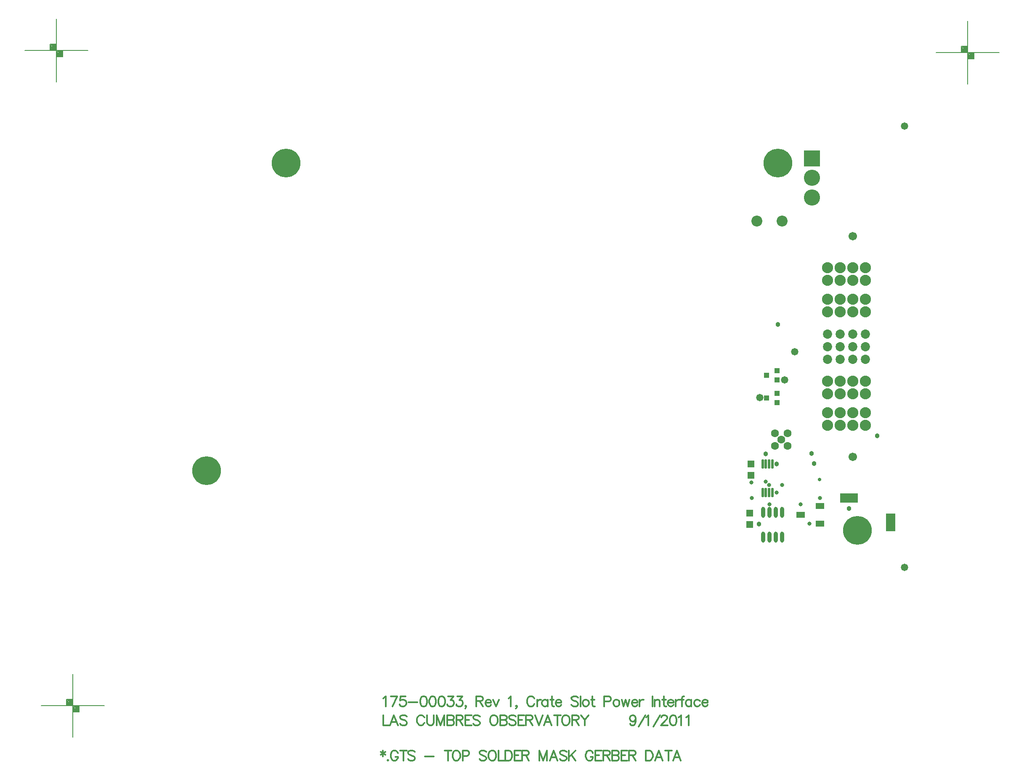
<source format=gts>
%FSLAX23Y23*%
%MOIN*%
G70*
G01*
G75*
G04 Layer_Color=8388736*
%ADD10R,0.135X0.070*%
%ADD11O,0.024X0.079*%
%ADD12R,0.036X0.036*%
%ADD13O,0.014X0.067*%
%ADD14R,0.059X0.039*%
%ADD15R,0.050X0.050*%
%ADD16R,0.070X0.135*%
%ADD17C,0.010*%
%ADD18C,0.020*%
%ADD19C,0.012*%
%ADD20C,0.008*%
%ADD21C,0.012*%
%ADD22C,0.012*%
%ADD23C,0.220*%
%ADD24C,0.050*%
%ADD25C,0.059*%
%ADD26C,0.080*%
%ADD27C,0.065*%
%ADD28C,0.079*%
%ADD29C,0.120*%
%ADD30R,0.120X0.120*%
%ADD31C,0.055*%
%ADD32C,0.030*%
%ADD33C,0.024*%
%ADD34C,0.020*%
%ADD35C,0.040*%
%ADD36C,0.005*%
%ADD37C,0.206*%
%ADD38C,0.150*%
%ADD39C,0.190*%
%ADD40C,0.092*%
%ADD41C,0.110*%
%ADD42C,0.073*%
%ADD43C,0.055*%
%ADD44C,0.068*%
%ADD45C,0.087*%
%ADD46C,0.007*%
%ADD47C,0.010*%
%ADD48C,0.024*%
%ADD49C,0.010*%
%ADD50C,0.008*%
%ADD51C,0.006*%
%ADD52C,0.007*%
%ADD53C,0.039*%
%ADD54R,0.239X0.139*%
%ADD55R,0.143X0.078*%
%ADD56O,0.032X0.087*%
%ADD57R,0.044X0.044*%
%ADD58O,0.022X0.075*%
%ADD59R,0.067X0.047*%
%ADD60R,0.058X0.058*%
%ADD61R,0.078X0.143*%
%ADD62C,0.228*%
%ADD63C,0.058*%
%ADD64C,0.067*%
%ADD65C,0.088*%
%ADD66C,0.073*%
%ADD67C,0.087*%
%ADD68C,0.128*%
%ADD69R,0.128X0.128*%
%ADD70C,0.063*%
%ADD71C,0.038*%
%ADD72C,0.032*%
%ADD73C,0.028*%
D19*
X22029Y14083D02*
Y14037D01*
X22010Y14072D02*
X22048Y14049D01*
Y14072D02*
X22010Y14049D01*
X22069Y14011D02*
X22065Y14007D01*
X22069Y14003D01*
X22072Y14007D01*
X22069Y14011D01*
X22147Y14064D02*
X22143Y14072D01*
X22136Y14079D01*
X22128Y14083D01*
X22113D01*
X22105Y14079D01*
X22098Y14072D01*
X22094Y14064D01*
X22090Y14053D01*
Y14034D01*
X22094Y14022D01*
X22098Y14015D01*
X22105Y14007D01*
X22113Y14003D01*
X22128D01*
X22136Y14007D01*
X22143Y14015D01*
X22147Y14022D01*
Y14034D01*
X22128D02*
X22147D01*
X22192Y14083D02*
Y14003D01*
X22165Y14083D02*
X22219D01*
X22281Y14072D02*
X22274Y14079D01*
X22262Y14083D01*
X22247D01*
X22236Y14079D01*
X22228Y14072D01*
Y14064D01*
X22232Y14056D01*
X22236Y14053D01*
X22243Y14049D01*
X22266Y14041D01*
X22274Y14037D01*
X22278Y14034D01*
X22281Y14026D01*
Y14015D01*
X22274Y14007D01*
X22262Y14003D01*
X22247D01*
X22236Y14007D01*
X22228Y14015D01*
X22362Y14037D02*
X22431D01*
X22544Y14083D02*
Y14003D01*
X22517Y14083D02*
X22571D01*
X22603D02*
X22595Y14079D01*
X22588Y14072D01*
X22584Y14064D01*
X22580Y14053D01*
Y14034D01*
X22584Y14022D01*
X22588Y14015D01*
X22595Y14007D01*
X22603Y14003D01*
X22618D01*
X22626Y14007D01*
X22633Y14015D01*
X22637Y14022D01*
X22641Y14034D01*
Y14053D01*
X22637Y14064D01*
X22633Y14072D01*
X22626Y14079D01*
X22618Y14083D01*
X22603D01*
X22660Y14041D02*
X22694D01*
X22705Y14045D01*
X22709Y14049D01*
X22713Y14056D01*
Y14068D01*
X22709Y14075D01*
X22705Y14079D01*
X22694Y14083D01*
X22660D01*
Y14003D01*
X22847Y14072D02*
X22839Y14079D01*
X22828Y14083D01*
X22813D01*
X22801Y14079D01*
X22794Y14072D01*
Y14064D01*
X22798Y14056D01*
X22801Y14053D01*
X22809Y14049D01*
X22832Y14041D01*
X22839Y14037D01*
X22843Y14034D01*
X22847Y14026D01*
Y14015D01*
X22839Y14007D01*
X22828Y14003D01*
X22813D01*
X22801Y14007D01*
X22794Y14015D01*
X22888Y14083D02*
X22880Y14079D01*
X22873Y14072D01*
X22869Y14064D01*
X22865Y14053D01*
Y14034D01*
X22869Y14022D01*
X22873Y14015D01*
X22880Y14007D01*
X22888Y14003D01*
X22903D01*
X22911Y14007D01*
X22918Y14015D01*
X22922Y14022D01*
X22926Y14034D01*
Y14053D01*
X22922Y14064D01*
X22918Y14072D01*
X22911Y14079D01*
X22903Y14083D01*
X22888D01*
X22945D02*
Y14003D01*
X22990D01*
X22999Y14083D02*
Y14003D01*
Y14083D02*
X23026D01*
X23037Y14079D01*
X23045Y14072D01*
X23049Y14064D01*
X23052Y14053D01*
Y14034D01*
X23049Y14022D01*
X23045Y14015D01*
X23037Y14007D01*
X23026Y14003D01*
X22999D01*
X23120Y14083D02*
X23070D01*
Y14003D01*
X23120D01*
X23070Y14045D02*
X23101D01*
X23133Y14083D02*
Y14003D01*
Y14083D02*
X23167D01*
X23179Y14079D01*
X23183Y14075D01*
X23186Y14068D01*
Y14060D01*
X23183Y14053D01*
X23179Y14049D01*
X23167Y14045D01*
X23133D01*
X23160D02*
X23186Y14003D01*
X23267Y14083D02*
Y14003D01*
Y14083D02*
X23298Y14003D01*
X23328Y14083D02*
X23298Y14003D01*
X23328Y14083D02*
Y14003D01*
X23412D02*
X23381Y14083D01*
X23351Y14003D01*
X23362Y14030D02*
X23400D01*
X23484Y14072D02*
X23476Y14079D01*
X23465Y14083D01*
X23450D01*
X23438Y14079D01*
X23431Y14072D01*
Y14064D01*
X23434Y14056D01*
X23438Y14053D01*
X23446Y14049D01*
X23469Y14041D01*
X23476Y14037D01*
X23480Y14034D01*
X23484Y14026D01*
Y14015D01*
X23476Y14007D01*
X23465Y14003D01*
X23450D01*
X23438Y14007D01*
X23431Y14015D01*
X23502Y14083D02*
Y14003D01*
X23555Y14083D02*
X23502Y14030D01*
X23521Y14049D02*
X23555Y14003D01*
X23693Y14064D02*
X23689Y14072D01*
X23682Y14079D01*
X23674Y14083D01*
X23659D01*
X23651Y14079D01*
X23643Y14072D01*
X23640Y14064D01*
X23636Y14053D01*
Y14034D01*
X23640Y14022D01*
X23643Y14015D01*
X23651Y14007D01*
X23659Y14003D01*
X23674D01*
X23682Y14007D01*
X23689Y14015D01*
X23693Y14022D01*
Y14034D01*
X23674D02*
X23693D01*
X23761Y14083D02*
X23711D01*
Y14003D01*
X23761D01*
X23711Y14045D02*
X23742D01*
X23774Y14083D02*
Y14003D01*
Y14083D02*
X23808D01*
X23820Y14079D01*
X23824Y14075D01*
X23827Y14068D01*
Y14060D01*
X23824Y14053D01*
X23820Y14049D01*
X23808Y14045D01*
X23774D01*
X23801D02*
X23827Y14003D01*
X23845Y14083D02*
Y14003D01*
Y14083D02*
X23880D01*
X23891Y14079D01*
X23895Y14075D01*
X23899Y14068D01*
Y14060D01*
X23895Y14053D01*
X23891Y14049D01*
X23880Y14045D01*
X23845D02*
X23880D01*
X23891Y14041D01*
X23895Y14037D01*
X23899Y14030D01*
Y14018D01*
X23895Y14011D01*
X23891Y14007D01*
X23880Y14003D01*
X23845D01*
X23966Y14083D02*
X23917D01*
Y14003D01*
X23966D01*
X23917Y14045D02*
X23947D01*
X23979Y14083D02*
Y14003D01*
Y14083D02*
X24014D01*
X24025Y14079D01*
X24029Y14075D01*
X24033Y14068D01*
Y14060D01*
X24029Y14053D01*
X24025Y14049D01*
X24014Y14045D01*
X23979D01*
X24006D02*
X24033Y14003D01*
X24113Y14083D02*
Y14003D01*
Y14083D02*
X24140D01*
X24152Y14079D01*
X24159Y14072D01*
X24163Y14064D01*
X24167Y14053D01*
Y14034D01*
X24163Y14022D01*
X24159Y14015D01*
X24152Y14007D01*
X24140Y14003D01*
X24113D01*
X24246D02*
X24215Y14083D01*
X24185Y14003D01*
X24196Y14030D02*
X24234D01*
X24291Y14083D02*
Y14003D01*
X24264Y14083D02*
X24318D01*
X24388Y14003D02*
X24358Y14083D01*
X24327Y14003D01*
X24339Y14030D02*
X24377D01*
D20*
X19321Y14441D02*
X19821D01*
X19571Y14191D02*
Y14691D01*
X19521Y14441D02*
Y14491D01*
X19571D01*
X19621Y14391D02*
Y14441D01*
X19571Y14391D02*
X19621D01*
X19576Y14436D02*
X19616D01*
Y14396D02*
Y14436D01*
X19576Y14396D02*
X19616D01*
X19576D02*
Y14436D01*
X19581Y14431D02*
X19611D01*
Y14401D02*
Y14431D01*
X19581Y14401D02*
X19611D01*
X19581D02*
Y14426D01*
X19586D02*
X19606D01*
Y14406D02*
Y14426D01*
X19586Y14406D02*
X19606D01*
X19586D02*
Y14421D01*
X19591D02*
X19601D01*
Y14411D02*
Y14421D01*
X19591Y14411D02*
X19601D01*
X19591D02*
Y14421D01*
Y14416D02*
X19601D01*
X19526Y14486D02*
X19566D01*
Y14446D02*
Y14486D01*
X19526Y14446D02*
X19566D01*
X19526D02*
Y14486D01*
X19531Y14481D02*
X19561D01*
Y14451D02*
Y14481D01*
X19531Y14451D02*
X19561D01*
X19531D02*
Y14476D01*
X19536D02*
X19556D01*
Y14456D02*
Y14476D01*
X19536Y14456D02*
X19556D01*
X19536D02*
Y14471D01*
X19541D02*
X19551D01*
Y14461D02*
Y14471D01*
X19541Y14461D02*
X19551D01*
X19541D02*
Y14471D01*
Y14466D02*
X19551D01*
X19192Y19635D02*
X19692D01*
X19442Y19385D02*
Y19885D01*
X19392Y19635D02*
Y19685D01*
X19442D01*
X19492Y19585D02*
Y19635D01*
X19442Y19585D02*
X19492D01*
X19447Y19630D02*
X19487D01*
Y19590D02*
Y19630D01*
X19447Y19590D02*
X19487D01*
X19447D02*
Y19630D01*
X19452Y19625D02*
X19482D01*
Y19595D02*
Y19625D01*
X19452Y19595D02*
X19482D01*
X19452D02*
Y19620D01*
X19457D02*
X19477D01*
Y19600D02*
Y19620D01*
X19457Y19600D02*
X19477D01*
X19457D02*
Y19615D01*
X19462D02*
X19472D01*
Y19605D02*
Y19615D01*
X19462Y19605D02*
X19472D01*
X19462D02*
Y19615D01*
Y19610D02*
X19472D01*
X19397Y19680D02*
X19437D01*
Y19640D02*
Y19680D01*
X19397Y19640D02*
X19437D01*
X19397D02*
Y19680D01*
X19402Y19675D02*
X19432D01*
Y19645D02*
Y19675D01*
X19402Y19645D02*
X19432D01*
X19402D02*
Y19670D01*
X19407D02*
X19427D01*
Y19650D02*
Y19670D01*
X19407Y19650D02*
X19427D01*
X19407D02*
Y19665D01*
X19412D02*
X19422D01*
Y19655D02*
Y19665D01*
X19412Y19655D02*
X19422D01*
X19412D02*
Y19665D01*
Y19660D02*
X19422D01*
X26412Y19619D02*
X26912D01*
X26662Y19369D02*
Y19869D01*
X26612Y19619D02*
Y19669D01*
X26662D01*
X26712Y19569D02*
Y19619D01*
X26662Y19569D02*
X26712D01*
X26667Y19614D02*
X26707D01*
Y19574D02*
Y19614D01*
X26667Y19574D02*
X26707D01*
X26667D02*
Y19614D01*
X26672Y19609D02*
X26702D01*
Y19579D02*
Y19609D01*
X26672Y19579D02*
X26702D01*
X26672D02*
Y19604D01*
X26677D02*
X26697D01*
Y19584D02*
Y19604D01*
X26677Y19584D02*
X26697D01*
X26677D02*
Y19599D01*
X26682D02*
X26692D01*
Y19589D02*
Y19599D01*
X26682Y19589D02*
X26692D01*
X26682D02*
Y19599D01*
Y19594D02*
X26692D01*
X26617Y19664D02*
X26657D01*
Y19624D02*
Y19664D01*
X26617Y19624D02*
X26657D01*
X26617D02*
Y19664D01*
X26622Y19659D02*
X26652D01*
Y19629D02*
Y19659D01*
X26622Y19629D02*
X26652D01*
X26622D02*
Y19654D01*
X26627D02*
X26647D01*
Y19634D02*
Y19654D01*
X26627Y19634D02*
X26647D01*
X26627D02*
Y19649D01*
X26632D02*
X26642D01*
Y19639D02*
Y19649D01*
X26632Y19639D02*
X26642D01*
X26632D02*
Y19649D01*
Y19644D02*
X26642D01*
D21*
X22031Y14498D02*
X22039Y14502D01*
X22050Y14514D01*
Y14434D01*
X22143Y14514D02*
X22105Y14434D01*
X22090Y14514D02*
X22143D01*
X22207D02*
X22169D01*
X22165Y14479D01*
X22169Y14483D01*
X22180Y14487D01*
X22192D01*
X22203Y14483D01*
X22211Y14476D01*
X22215Y14464D01*
Y14457D01*
X22211Y14445D01*
X22203Y14438D01*
X22192Y14434D01*
X22180D01*
X22169Y14438D01*
X22165Y14441D01*
X22161Y14449D01*
X22232Y14468D02*
X22301D01*
X22347Y14514D02*
X22336Y14510D01*
X22328Y14498D01*
X22325Y14479D01*
Y14468D01*
X22328Y14449D01*
X22336Y14438D01*
X22347Y14434D01*
X22355D01*
X22367Y14438D01*
X22374Y14449D01*
X22378Y14468D01*
Y14479D01*
X22374Y14498D01*
X22367Y14510D01*
X22355Y14514D01*
X22347D01*
X22419D02*
X22407Y14510D01*
X22400Y14498D01*
X22396Y14479D01*
Y14468D01*
X22400Y14449D01*
X22407Y14438D01*
X22419Y14434D01*
X22426D01*
X22438Y14438D01*
X22445Y14449D01*
X22449Y14468D01*
Y14479D01*
X22445Y14498D01*
X22438Y14510D01*
X22426Y14514D01*
X22419D01*
X22490D02*
X22478Y14510D01*
X22471Y14498D01*
X22467Y14479D01*
Y14468D01*
X22471Y14449D01*
X22478Y14438D01*
X22490Y14434D01*
X22498D01*
X22509Y14438D01*
X22517Y14449D01*
X22520Y14468D01*
Y14479D01*
X22517Y14498D01*
X22509Y14510D01*
X22498Y14514D01*
X22490D01*
X22546D02*
X22588D01*
X22565Y14483D01*
X22576D01*
X22584Y14479D01*
X22588Y14476D01*
X22592Y14464D01*
Y14457D01*
X22588Y14445D01*
X22580Y14438D01*
X22569Y14434D01*
X22557D01*
X22546Y14438D01*
X22542Y14441D01*
X22538Y14449D01*
X22617Y14514D02*
X22659D01*
X22636Y14483D01*
X22648D01*
X22655Y14479D01*
X22659Y14476D01*
X22663Y14464D01*
Y14457D01*
X22659Y14445D01*
X22651Y14438D01*
X22640Y14434D01*
X22629D01*
X22617Y14438D01*
X22613Y14441D01*
X22610Y14449D01*
X22688Y14438D02*
X22685Y14434D01*
X22681Y14438D01*
X22685Y14441D01*
X22688Y14438D01*
Y14430D01*
X22685Y14422D01*
X22681Y14418D01*
X22769Y14514D02*
Y14434D01*
Y14514D02*
X22803D01*
X22814Y14510D01*
X22818Y14506D01*
X22822Y14498D01*
Y14491D01*
X22818Y14483D01*
X22814Y14479D01*
X22803Y14476D01*
X22769D01*
X22795D02*
X22822Y14434D01*
X22840Y14464D02*
X22886D01*
Y14472D01*
X22882Y14479D01*
X22878Y14483D01*
X22870Y14487D01*
X22859D01*
X22851Y14483D01*
X22844Y14476D01*
X22840Y14464D01*
Y14457D01*
X22844Y14445D01*
X22851Y14438D01*
X22859Y14434D01*
X22870D01*
X22878Y14438D01*
X22886Y14445D01*
X22903Y14487D02*
X22926Y14434D01*
X22948Y14487D02*
X22926Y14434D01*
X23024Y14498D02*
X23032Y14502D01*
X23043Y14514D01*
Y14434D01*
X23091Y14438D02*
X23087Y14434D01*
X23083Y14438D01*
X23087Y14441D01*
X23091Y14438D01*
Y14430D01*
X23087Y14422D01*
X23083Y14418D01*
X23228Y14495D02*
X23224Y14502D01*
X23217Y14510D01*
X23209Y14514D01*
X23194D01*
X23186Y14510D01*
X23179Y14502D01*
X23175Y14495D01*
X23171Y14483D01*
Y14464D01*
X23175Y14453D01*
X23179Y14445D01*
X23186Y14438D01*
X23194Y14434D01*
X23209D01*
X23217Y14438D01*
X23224Y14445D01*
X23228Y14453D01*
X23251Y14487D02*
Y14434D01*
Y14464D02*
X23254Y14476D01*
X23262Y14483D01*
X23270Y14487D01*
X23281D01*
X23334D02*
Y14434D01*
Y14476D02*
X23326Y14483D01*
X23319Y14487D01*
X23307D01*
X23300Y14483D01*
X23292Y14476D01*
X23288Y14464D01*
Y14457D01*
X23292Y14445D01*
X23300Y14438D01*
X23307Y14434D01*
X23319D01*
X23326Y14438D01*
X23334Y14445D01*
X23367Y14514D02*
Y14449D01*
X23370Y14438D01*
X23378Y14434D01*
X23386D01*
X23355Y14487D02*
X23382D01*
X23397Y14464D02*
X23443D01*
Y14472D01*
X23439Y14479D01*
X23435Y14483D01*
X23428Y14487D01*
X23416D01*
X23409Y14483D01*
X23401Y14476D01*
X23397Y14464D01*
Y14457D01*
X23401Y14445D01*
X23409Y14438D01*
X23416Y14434D01*
X23428D01*
X23435Y14438D01*
X23443Y14445D01*
X23576Y14502D02*
X23569Y14510D01*
X23557Y14514D01*
X23542D01*
X23530Y14510D01*
X23523Y14502D01*
Y14495D01*
X23527Y14487D01*
X23530Y14483D01*
X23538Y14479D01*
X23561Y14472D01*
X23569Y14468D01*
X23572Y14464D01*
X23576Y14457D01*
Y14445D01*
X23569Y14438D01*
X23557Y14434D01*
X23542D01*
X23530Y14438D01*
X23523Y14445D01*
X23594Y14514D02*
Y14434D01*
X23630Y14487D02*
X23622Y14483D01*
X23615Y14476D01*
X23611Y14464D01*
Y14457D01*
X23615Y14445D01*
X23622Y14438D01*
X23630Y14434D01*
X23641D01*
X23649Y14438D01*
X23657Y14445D01*
X23660Y14457D01*
Y14464D01*
X23657Y14476D01*
X23649Y14483D01*
X23641Y14487D01*
X23630D01*
X23689Y14514D02*
Y14449D01*
X23693Y14438D01*
X23701Y14434D01*
X23708D01*
X23678Y14487D02*
X23705D01*
X23783Y14472D02*
X23817D01*
X23828Y14476D01*
X23832Y14479D01*
X23836Y14487D01*
Y14498D01*
X23832Y14506D01*
X23828Y14510D01*
X23817Y14514D01*
X23783D01*
Y14434D01*
X23873Y14487D02*
X23865Y14483D01*
X23858Y14476D01*
X23854Y14464D01*
Y14457D01*
X23858Y14445D01*
X23865Y14438D01*
X23873Y14434D01*
X23884D01*
X23892Y14438D01*
X23900Y14445D01*
X23903Y14457D01*
Y14464D01*
X23900Y14476D01*
X23892Y14483D01*
X23884Y14487D01*
X23873D01*
X23921D02*
X23936Y14434D01*
X23951Y14487D02*
X23936Y14434D01*
X23951Y14487D02*
X23967Y14434D01*
X23982Y14487D02*
X23967Y14434D01*
X24000Y14464D02*
X24046D01*
Y14472D01*
X24042Y14479D01*
X24039Y14483D01*
X24031Y14487D01*
X24019D01*
X24012Y14483D01*
X24004Y14476D01*
X24000Y14464D01*
Y14457D01*
X24004Y14445D01*
X24012Y14438D01*
X24019Y14434D01*
X24031D01*
X24039Y14438D01*
X24046Y14445D01*
X24063Y14487D02*
Y14434D01*
Y14464D02*
X24067Y14476D01*
X24075Y14483D01*
X24082Y14487D01*
X24094D01*
X24164Y14514D02*
Y14434D01*
X24181Y14487D02*
Y14434D01*
Y14472D02*
X24192Y14483D01*
X24200Y14487D01*
X24211D01*
X24219Y14483D01*
X24222Y14472D01*
Y14434D01*
X24255Y14514D02*
Y14449D01*
X24259Y14438D01*
X24266Y14434D01*
X24274D01*
X24243Y14487D02*
X24270D01*
X24285Y14464D02*
X24331D01*
Y14472D01*
X24327Y14479D01*
X24323Y14483D01*
X24316Y14487D01*
X24304D01*
X24297Y14483D01*
X24289Y14476D01*
X24285Y14464D01*
Y14457D01*
X24289Y14445D01*
X24297Y14438D01*
X24304Y14434D01*
X24316D01*
X24323Y14438D01*
X24331Y14445D01*
X24348Y14487D02*
Y14434D01*
Y14464D02*
X24352Y14476D01*
X24360Y14483D01*
X24367Y14487D01*
X24379D01*
X24416Y14514D02*
X24409D01*
X24401Y14510D01*
X24397Y14498D01*
Y14434D01*
X24386Y14487D02*
X24413D01*
X24473D02*
Y14434D01*
Y14476D02*
X24466Y14483D01*
X24458Y14487D01*
X24447D01*
X24439Y14483D01*
X24432Y14476D01*
X24428Y14464D01*
Y14457D01*
X24432Y14445D01*
X24439Y14438D01*
X24447Y14434D01*
X24458D01*
X24466Y14438D01*
X24473Y14445D01*
X24541Y14476D02*
X24533Y14483D01*
X24525Y14487D01*
X24514D01*
X24506Y14483D01*
X24499Y14476D01*
X24495Y14464D01*
Y14457D01*
X24499Y14445D01*
X24506Y14438D01*
X24514Y14434D01*
X24525D01*
X24533Y14438D01*
X24541Y14445D01*
X24558Y14464D02*
X24603D01*
Y14472D01*
X24600Y14479D01*
X24596Y14483D01*
X24588Y14487D01*
X24577D01*
X24569Y14483D01*
X24561Y14476D01*
X24558Y14464D01*
Y14457D01*
X24561Y14445D01*
X24569Y14438D01*
X24577Y14434D01*
X24588D01*
X24596Y14438D01*
X24603Y14445D01*
D22*
X22031Y14364D02*
Y14284D01*
X22077D01*
X22147D02*
X22116Y14364D01*
X22086Y14284D01*
X22097Y14310D02*
X22135D01*
X22219Y14352D02*
X22211Y14360D01*
X22200Y14364D01*
X22184D01*
X22173Y14360D01*
X22165Y14352D01*
Y14345D01*
X22169Y14337D01*
X22173Y14333D01*
X22181Y14329D01*
X22204Y14322D01*
X22211Y14318D01*
X22215Y14314D01*
X22219Y14307D01*
Y14295D01*
X22211Y14287D01*
X22200Y14284D01*
X22184D01*
X22173Y14287D01*
X22165Y14295D01*
X22357Y14345D02*
X22353Y14352D01*
X22345Y14360D01*
X22338Y14364D01*
X22322D01*
X22315Y14360D01*
X22307Y14352D01*
X22303Y14345D01*
X22299Y14333D01*
Y14314D01*
X22303Y14303D01*
X22307Y14295D01*
X22315Y14287D01*
X22322Y14284D01*
X22338D01*
X22345Y14287D01*
X22353Y14295D01*
X22357Y14303D01*
X22379Y14364D02*
Y14307D01*
X22383Y14295D01*
X22391Y14287D01*
X22402Y14284D01*
X22410D01*
X22421Y14287D01*
X22429Y14295D01*
X22432Y14307D01*
Y14364D01*
X22454D02*
Y14284D01*
Y14364D02*
X22485Y14284D01*
X22515Y14364D02*
X22485Y14284D01*
X22515Y14364D02*
Y14284D01*
X22538Y14364D02*
Y14284D01*
Y14364D02*
X22573D01*
X22584Y14360D01*
X22588Y14356D01*
X22592Y14348D01*
Y14341D01*
X22588Y14333D01*
X22584Y14329D01*
X22573Y14326D01*
X22538D02*
X22573D01*
X22584Y14322D01*
X22588Y14318D01*
X22592Y14310D01*
Y14299D01*
X22588Y14291D01*
X22584Y14287D01*
X22573Y14284D01*
X22538D01*
X22610Y14364D02*
Y14284D01*
Y14364D02*
X22644D01*
X22655Y14360D01*
X22659Y14356D01*
X22663Y14348D01*
Y14341D01*
X22659Y14333D01*
X22655Y14329D01*
X22644Y14326D01*
X22610D01*
X22636D02*
X22663Y14284D01*
X22730Y14364D02*
X22681D01*
Y14284D01*
X22730D01*
X22681Y14326D02*
X22711D01*
X22797Y14352D02*
X22789Y14360D01*
X22778Y14364D01*
X22763D01*
X22751Y14360D01*
X22744Y14352D01*
Y14345D01*
X22747Y14337D01*
X22751Y14333D01*
X22759Y14329D01*
X22782Y14322D01*
X22789Y14318D01*
X22793Y14314D01*
X22797Y14307D01*
Y14295D01*
X22789Y14287D01*
X22778Y14284D01*
X22763D01*
X22751Y14287D01*
X22744Y14295D01*
X22900Y14364D02*
X22893Y14360D01*
X22885Y14352D01*
X22881Y14345D01*
X22878Y14333D01*
Y14314D01*
X22881Y14303D01*
X22885Y14295D01*
X22893Y14287D01*
X22900Y14284D01*
X22916D01*
X22923Y14287D01*
X22931Y14295D01*
X22935Y14303D01*
X22939Y14314D01*
Y14333D01*
X22935Y14345D01*
X22931Y14352D01*
X22923Y14360D01*
X22916Y14364D01*
X22900D01*
X22957D02*
Y14284D01*
Y14364D02*
X22992D01*
X23003Y14360D01*
X23007Y14356D01*
X23011Y14348D01*
Y14341D01*
X23007Y14333D01*
X23003Y14329D01*
X22992Y14326D01*
X22957D02*
X22992D01*
X23003Y14322D01*
X23007Y14318D01*
X23011Y14310D01*
Y14299D01*
X23007Y14291D01*
X23003Y14287D01*
X22992Y14284D01*
X22957D01*
X23082Y14352D02*
X23074Y14360D01*
X23063Y14364D01*
X23048D01*
X23036Y14360D01*
X23028Y14352D01*
Y14345D01*
X23032Y14337D01*
X23036Y14333D01*
X23044Y14329D01*
X23067Y14322D01*
X23074Y14318D01*
X23078Y14314D01*
X23082Y14307D01*
Y14295D01*
X23074Y14287D01*
X23063Y14284D01*
X23048D01*
X23036Y14287D01*
X23028Y14295D01*
X23149Y14364D02*
X23100D01*
Y14284D01*
X23149D01*
X23100Y14326D02*
X23130D01*
X23163Y14364D02*
Y14284D01*
Y14364D02*
X23197D01*
X23208Y14360D01*
X23212Y14356D01*
X23216Y14348D01*
Y14341D01*
X23212Y14333D01*
X23208Y14329D01*
X23197Y14326D01*
X23163D01*
X23189D02*
X23216Y14284D01*
X23234Y14364D02*
X23264Y14284D01*
X23295Y14364D02*
X23264Y14284D01*
X23366D02*
X23335Y14364D01*
X23305Y14284D01*
X23316Y14310D02*
X23354D01*
X23411Y14364D02*
Y14284D01*
X23385Y14364D02*
X23438D01*
X23470D02*
X23463Y14360D01*
X23455Y14352D01*
X23451Y14345D01*
X23447Y14333D01*
Y14314D01*
X23451Y14303D01*
X23455Y14295D01*
X23463Y14287D01*
X23470Y14284D01*
X23486D01*
X23493Y14287D01*
X23501Y14295D01*
X23505Y14303D01*
X23508Y14314D01*
Y14333D01*
X23505Y14345D01*
X23501Y14352D01*
X23493Y14360D01*
X23486Y14364D01*
X23470D01*
X23527D02*
Y14284D01*
Y14364D02*
X23561D01*
X23573Y14360D01*
X23577Y14356D01*
X23580Y14348D01*
Y14341D01*
X23577Y14333D01*
X23573Y14329D01*
X23561Y14326D01*
X23527D01*
X23554D02*
X23580Y14284D01*
X23598Y14364D02*
X23629Y14326D01*
Y14284D01*
X23659Y14364D02*
X23629Y14326D01*
X24033Y14337D02*
X24029Y14326D01*
X24022Y14318D01*
X24010Y14314D01*
X24007D01*
X23995Y14318D01*
X23987Y14326D01*
X23984Y14337D01*
Y14341D01*
X23987Y14352D01*
X23995Y14360D01*
X24007Y14364D01*
X24010D01*
X24022Y14360D01*
X24029Y14352D01*
X24033Y14337D01*
Y14318D01*
X24029Y14299D01*
X24022Y14287D01*
X24010Y14284D01*
X24003D01*
X23991Y14287D01*
X23987Y14295D01*
X24055Y14272D02*
X24108Y14364D01*
X24114Y14348D02*
X24121Y14352D01*
X24133Y14364D01*
Y14284D01*
X24172Y14272D02*
X24226Y14364D01*
X24235Y14345D02*
Y14348D01*
X24238Y14356D01*
X24242Y14360D01*
X24250Y14364D01*
X24265D01*
X24273Y14360D01*
X24277Y14356D01*
X24280Y14348D01*
Y14341D01*
X24277Y14333D01*
X24269Y14322D01*
X24231Y14284D01*
X24284D01*
X24325Y14364D02*
X24314Y14360D01*
X24306Y14348D01*
X24302Y14329D01*
Y14318D01*
X24306Y14299D01*
X24314Y14287D01*
X24325Y14284D01*
X24333D01*
X24344Y14287D01*
X24352Y14299D01*
X24355Y14318D01*
Y14329D01*
X24352Y14348D01*
X24344Y14360D01*
X24333Y14364D01*
X24325D01*
X24373Y14348D02*
X24381Y14352D01*
X24392Y14364D01*
Y14284D01*
X24432Y14348D02*
X24440Y14352D01*
X24451Y14364D01*
Y14284D01*
D55*
X25721Y16085D02*
D03*
D56*
X25191Y15972D02*
D03*
X25141D02*
D03*
X25091D02*
D03*
X25041D02*
D03*
X25191Y15775D02*
D03*
X25141D02*
D03*
X25091D02*
D03*
X25041D02*
D03*
D57*
X25153Y16916D02*
D03*
X25067Y16879D02*
D03*
X25153Y16842D02*
D03*
Y17096D02*
D03*
X25067Y17059D02*
D03*
X25153Y17022D02*
D03*
D58*
X25114Y16356D02*
D03*
X25089D02*
D03*
X25063D02*
D03*
X25038D02*
D03*
X25114Y16131D02*
D03*
X25089D02*
D03*
X25063D02*
D03*
X25038D02*
D03*
D59*
X25493Y16022D02*
D03*
X25339Y15953D02*
D03*
X25493Y15884D02*
D03*
D60*
X24936Y15878D02*
D03*
Y15968D02*
D03*
X24946Y16268D02*
D03*
Y16358D02*
D03*
D61*
X26051Y15893D02*
D03*
D62*
X21260Y18744D02*
D03*
X25157D02*
D03*
X20630Y16303D02*
D03*
X25787Y15831D02*
D03*
D63*
X26161Y15538D02*
D03*
Y19038D02*
D03*
X25016Y16882D02*
D03*
X25211Y17022D02*
D03*
X25291Y17248D02*
D03*
D64*
X25751Y16413D02*
D03*
Y18163D02*
D03*
D65*
X25851Y17913D02*
D03*
X25751D02*
D03*
X25651D02*
D03*
X25551D02*
D03*
Y17813D02*
D03*
X25651D02*
D03*
X25751D02*
D03*
X25851D02*
D03*
X25551Y17663D02*
D03*
X25651D02*
D03*
X25751D02*
D03*
X25851D02*
D03*
X25551Y17563D02*
D03*
X25651D02*
D03*
X25751D02*
D03*
X25851D02*
D03*
Y16663D02*
D03*
X25751D02*
D03*
X25651D02*
D03*
X25551D02*
D03*
X25851Y16763D02*
D03*
X25751D02*
D03*
X25651D02*
D03*
X25551D02*
D03*
X25851Y16913D02*
D03*
X25751D02*
D03*
X25651D02*
D03*
X25551D02*
D03*
Y17013D02*
D03*
X25651D02*
D03*
X25751D02*
D03*
X25851D02*
D03*
D66*
Y17188D02*
D03*
X25751D02*
D03*
X25651D02*
D03*
X25551D02*
D03*
X25851Y17288D02*
D03*
X25751D02*
D03*
X25651D02*
D03*
X25551D02*
D03*
X25851Y17388D02*
D03*
X25751D02*
D03*
X25651D02*
D03*
X25551D02*
D03*
D67*
X24991Y18283D02*
D03*
X25191D02*
D03*
D68*
X25427Y18469D02*
D03*
Y18625D02*
D03*
D69*
Y18781D02*
D03*
D70*
X25236Y16500D02*
D03*
X25136D02*
D03*
Y16600D02*
D03*
X25236D02*
D03*
X25186Y16550D02*
D03*
D71*
X25721Y16003D02*
D03*
X25945Y16579D02*
D03*
X25445Y16360D02*
D03*
X25148Y16356D02*
D03*
X25424Y16439D02*
D03*
X25063Y16435D02*
D03*
X25009Y15879D02*
D03*
X25158Y17463D02*
D03*
D72*
X24947Y16209D02*
D03*
X24953Y16087D02*
D03*
X25492Y16085D02*
D03*
X25063Y16217D02*
D03*
X25409Y15883D02*
D03*
X25093Y16038D02*
D03*
X25339Y16037D02*
D03*
X25191Y16191D02*
D03*
X25149Y16130D02*
D03*
X25089Y16190D02*
D03*
D73*
X25487Y16233D02*
D03*
M02*

</source>
